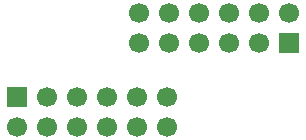
<source format=gbr>
%TF.GenerationSoftware,KiCad,Pcbnew,9.0.6-rc1*%
%TF.CreationDate,2025-10-18T13:39:51+01:00*%
%TF.ProjectId,PIDI-BOX-01-IO-6-SIDEB-A1,50494449-2d42-44f5-982d-30312d494f2d,rev?*%
%TF.SameCoordinates,Original*%
%TF.FileFunction,Soldermask,Bot*%
%TF.FilePolarity,Negative*%
%FSLAX46Y46*%
G04 Gerber Fmt 4.6, Leading zero omitted, Abs format (unit mm)*
G04 Created by KiCad (PCBNEW 9.0.6-rc1) date 2025-10-18 13:39:51*
%MOMM*%
%LPD*%
G01*
G04 APERTURE LIST*
%ADD10C,1.700000*%
%ADD11R,1.700000X1.700000*%
G04 APERTURE END LIST*
D10*
%TO.C,J1*%
X117373000Y-98540000D03*
X117373000Y-96000000D03*
X114833000Y-98540000D03*
X114833000Y-96000000D03*
X112293000Y-98540000D03*
X112293000Y-96000000D03*
X109753000Y-98540000D03*
X109753000Y-96000000D03*
X107213000Y-98540000D03*
X107213000Y-96000000D03*
X104673000Y-98540000D03*
D11*
X104673000Y-96000000D03*
%TD*%
%TO.C,J2*%
X127660400Y-91500000D03*
D10*
X127660400Y-88960000D03*
X125120400Y-91500000D03*
X125120400Y-88960000D03*
X122580400Y-91500000D03*
X122580400Y-88960000D03*
X120040400Y-91500000D03*
X120040400Y-88960000D03*
X117500400Y-91500000D03*
X117500400Y-88960000D03*
X114960400Y-91500000D03*
X114960400Y-88960000D03*
%TD*%
M02*

</source>
